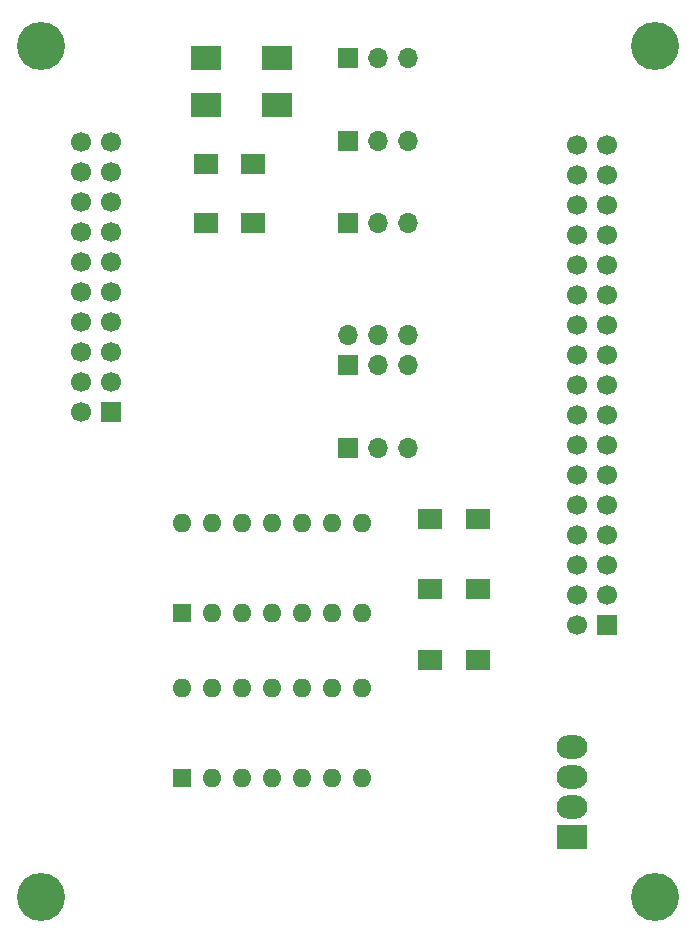
<source format=gbr>
%TF.GenerationSoftware,KiCad,Pcbnew,(5.0.0-3-g0214c9d)*%
%TF.CreationDate,2018-12-11T01:20:51+01:00*%
%TF.ProjectId,AmiExtFDD,416D694578744644442E6B696361645F,rev?*%
%TF.SameCoordinates,Original*%
%TF.FileFunction,Soldermask,Top*%
%TF.FilePolarity,Negative*%
%FSLAX46Y46*%
G04 Gerber Fmt 4.6, Leading zero omitted, Abs format (unit mm)*
G04 Created by KiCad (PCBNEW (5.0.0-3-g0214c9d)) date 2018 December 11, Tuesday 01:20:51*
%MOMM*%
%LPD*%
G01*
G04 APERTURE LIST*
%ADD10R,2.000000X1.700000*%
%ADD11R,2.500000X2.000000*%
%ADD12R,1.700000X1.700000*%
%ADD13C,1.700000*%
%ADD14R,2.600000X2.000000*%
%ADD15O,2.600000X2.000000*%
%ADD16O,1.700000X1.700000*%
%ADD17R,1.600000X1.600000*%
%ADD18O,1.600000X1.600000*%
%ADD19C,4.064000*%
G04 APERTURE END LIST*
D10*
X92000000Y-100000000D03*
X96000000Y-100000000D03*
X96000000Y-106000000D03*
X92000000Y-106000000D03*
X92000000Y-94000000D03*
X96000000Y-94000000D03*
X73000000Y-69000000D03*
X77000000Y-69000000D03*
X77000000Y-64000000D03*
X73000000Y-64000000D03*
D11*
X79000000Y-55000000D03*
X79000000Y-59000000D03*
X73000000Y-59000000D03*
X73000000Y-55000000D03*
D12*
X65000000Y-85000000D03*
D13*
X62460000Y-85000000D03*
X65000000Y-82460000D03*
X62460000Y-82460000D03*
X65000000Y-79920000D03*
X62460000Y-79920000D03*
X65000000Y-77380000D03*
X62460000Y-77380000D03*
X65000000Y-74840000D03*
X62460000Y-74840000D03*
X65000000Y-72300000D03*
X62460000Y-72300000D03*
X65000000Y-69760000D03*
X62460000Y-69760000D03*
X65000000Y-67220000D03*
X62460000Y-67220000D03*
X65000000Y-64680000D03*
X62460000Y-64680000D03*
X65000000Y-62140000D03*
X62460000Y-62140000D03*
D12*
X107000000Y-103000000D03*
D13*
X104460000Y-103000000D03*
X107000000Y-100460000D03*
X104460000Y-100460000D03*
X107000000Y-97920000D03*
X104460000Y-97920000D03*
X107000000Y-95380000D03*
X104460000Y-95380000D03*
X107000000Y-92840000D03*
X104460000Y-92840000D03*
X107000000Y-90300000D03*
X104460000Y-90300000D03*
X107000000Y-87760000D03*
X104460000Y-87760000D03*
X107000000Y-85220000D03*
X104460000Y-85220000D03*
X107000000Y-82680000D03*
X104460000Y-82680000D03*
X107000000Y-80140000D03*
X104460000Y-80140000D03*
X107000000Y-77600000D03*
X104460000Y-77600000D03*
X107000000Y-75060000D03*
X104460000Y-75060000D03*
X107000000Y-72520000D03*
X104460000Y-72520000D03*
X107000000Y-69980000D03*
X104460000Y-69980000D03*
X107000000Y-67440000D03*
X104460000Y-67440000D03*
X107000000Y-64900000D03*
X104460000Y-64900000D03*
X107000000Y-62360000D03*
X104460000Y-62360000D03*
D14*
X104000000Y-121000000D03*
D15*
X104000000Y-118460000D03*
X104000000Y-115920000D03*
X104000000Y-113380000D03*
D12*
X85000000Y-55000000D03*
D16*
X87540000Y-55000000D03*
X90080000Y-55000000D03*
X90080000Y-62000000D03*
X87540000Y-62000000D03*
D12*
X85000000Y-62000000D03*
X85000000Y-69000000D03*
D16*
X87540000Y-69000000D03*
X90080000Y-69000000D03*
D12*
X85000000Y-81000000D03*
D16*
X85000000Y-78460000D03*
X87540000Y-81000000D03*
X87540000Y-78460000D03*
X90080000Y-81000000D03*
X90080000Y-78460000D03*
X90080000Y-88000000D03*
X87540000Y-88000000D03*
D12*
X85000000Y-88000000D03*
D17*
X71000000Y-102000000D03*
D18*
X86240000Y-94380000D03*
X73540000Y-102000000D03*
X83700000Y-94380000D03*
X76080000Y-102000000D03*
X81160000Y-94380000D03*
X78620000Y-102000000D03*
X78620000Y-94380000D03*
X81160000Y-102000000D03*
X76080000Y-94380000D03*
X83700000Y-102000000D03*
X73540000Y-94380000D03*
X86240000Y-102000000D03*
X71000000Y-94380000D03*
X71000000Y-108380000D03*
X86240000Y-116000000D03*
X73540000Y-108380000D03*
X83700000Y-116000000D03*
X76080000Y-108380000D03*
X81160000Y-116000000D03*
X78620000Y-108380000D03*
X78620000Y-116000000D03*
X81160000Y-108380000D03*
X76080000Y-116000000D03*
X83700000Y-108380000D03*
X73540000Y-116000000D03*
X86240000Y-108380000D03*
D17*
X71000000Y-116000000D03*
D19*
X59000000Y-54000000D03*
X111000000Y-54000000D03*
X111000000Y-126000000D03*
X59000000Y-126000000D03*
M02*

</source>
